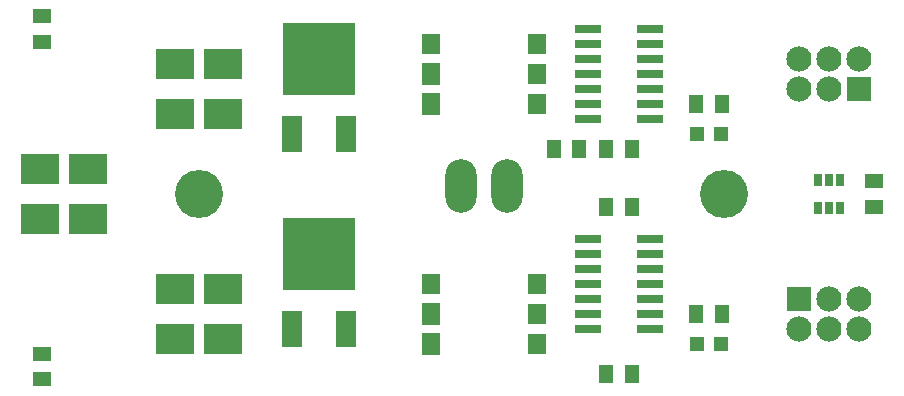
<source format=gts>
G04 (created by PCBNEW-RS274X (2012-01-19 BZR 3256)-stable) date 3/25/2013 8:12:10 PM*
G01*
G70*
G90*
%MOIN*%
G04 Gerber Fmt 3.4, Leading zero omitted, Abs format*
%FSLAX34Y34*%
G04 APERTURE LIST*
%ADD10C,0.006000*%
%ADD11C,0.160000*%
%ADD12R,0.049000X0.059000*%
%ADD13R,0.059000X0.049000*%
%ADD14R,0.051200X0.051200*%
%ADD15R,0.069000X0.124000*%
%ADD16R,0.244000X0.244000*%
%ADD17R,0.084000X0.084000*%
%ADD18C,0.084000*%
%ADD19R,0.060600X0.070900*%
%ADD20R,0.063800X0.074100*%
%ADD21R,0.126000X0.100500*%
%ADD22R,0.027600X0.039400*%
%ADD23R,0.090600X0.027600*%
%ADD24O,0.104000X0.179000*%
G04 APERTURE END LIST*
G54D10*
G54D11*
X34500Y-22500D03*
X17000Y-22500D03*
G54D12*
X30575Y-21000D03*
X31425Y-21000D03*
G54D13*
X11750Y-16575D03*
X11750Y-17425D03*
X11750Y-28675D03*
X11750Y-27825D03*
G54D12*
X29675Y-21000D03*
X28825Y-21000D03*
X31425Y-28500D03*
X30575Y-28500D03*
X34425Y-19500D03*
X33575Y-19500D03*
X34425Y-26500D03*
X33575Y-26500D03*
G54D14*
X34413Y-20500D03*
X33587Y-20500D03*
X34413Y-27500D03*
X33587Y-27500D03*
G54D15*
X20100Y-27000D03*
G54D16*
X21000Y-24500D03*
G54D15*
X21900Y-27000D03*
X20100Y-20500D03*
G54D16*
X21000Y-18000D03*
G54D15*
X21900Y-20500D03*
G54D17*
X37000Y-26000D03*
G54D18*
X38000Y-26000D03*
X39000Y-26000D03*
X37000Y-27000D03*
X38000Y-27000D03*
X39000Y-27000D03*
G54D17*
X39000Y-19000D03*
G54D18*
X38000Y-19000D03*
X37000Y-19000D03*
X39000Y-18000D03*
X38000Y-18000D03*
X37000Y-18000D03*
G54D19*
X28276Y-27500D03*
X28276Y-26500D03*
X28276Y-25500D03*
G54D20*
X24724Y-27500D03*
X24724Y-26500D03*
G54D19*
X24724Y-25500D03*
X28276Y-19500D03*
X28276Y-18500D03*
X28276Y-17500D03*
G54D20*
X24724Y-19500D03*
X24724Y-18500D03*
G54D19*
X24724Y-17500D03*
G54D21*
X17787Y-19827D03*
X16213Y-19827D03*
X16213Y-18173D03*
X17787Y-18173D03*
X17787Y-27327D03*
X16213Y-27327D03*
X16213Y-25673D03*
X17787Y-25673D03*
X13287Y-23327D03*
X11713Y-23327D03*
X11713Y-21673D03*
X13287Y-21673D03*
G54D22*
X38374Y-22048D03*
X38000Y-22048D03*
X37626Y-22048D03*
X37626Y-22952D03*
X38000Y-22952D03*
X38374Y-22952D03*
G54D23*
X29977Y-24000D03*
X29977Y-24500D03*
X29977Y-25000D03*
X29977Y-25500D03*
X29977Y-26000D03*
X29977Y-26500D03*
X29977Y-27000D03*
X32023Y-27000D03*
X32023Y-26500D03*
X32023Y-26000D03*
X32023Y-25500D03*
X32023Y-25000D03*
X32023Y-24500D03*
X32023Y-24000D03*
X29977Y-17000D03*
X29977Y-17500D03*
X29977Y-18000D03*
X29977Y-18500D03*
X29977Y-19000D03*
X29977Y-19500D03*
X29977Y-20000D03*
X32023Y-20000D03*
X32023Y-19500D03*
X32023Y-19000D03*
X32023Y-18500D03*
X32023Y-18000D03*
X32023Y-17500D03*
X32023Y-17000D03*
G54D13*
X39500Y-22925D03*
X39500Y-22075D03*
G54D24*
X27280Y-22250D03*
X25720Y-22250D03*
G54D12*
X30575Y-22950D03*
X31425Y-22950D03*
M02*

</source>
